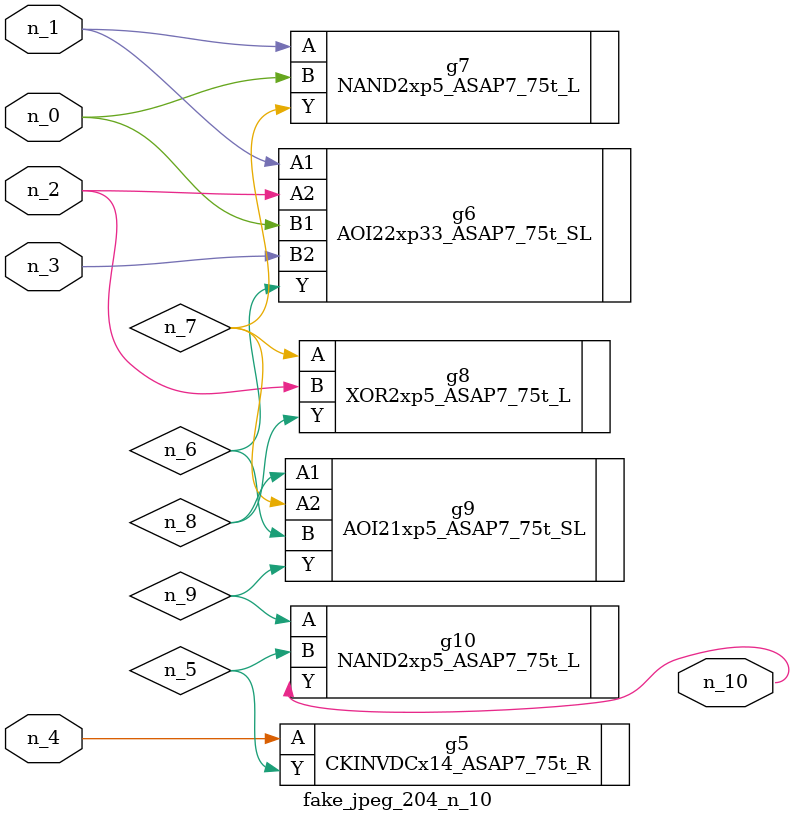
<source format=v>
module fake_jpeg_204_n_10 (n_3, n_2, n_1, n_0, n_4, n_10);

input n_3;
input n_2;
input n_1;
input n_0;
input n_4;

output n_10;

wire n_8;
wire n_9;
wire n_6;
wire n_5;
wire n_7;

CKINVDCx14_ASAP7_75t_R g5 ( 
.A(n_4),
.Y(n_5)
);

AOI22xp33_ASAP7_75t_SL g6 ( 
.A1(n_1),
.A2(n_2),
.B1(n_0),
.B2(n_3),
.Y(n_6)
);

NAND2xp5_ASAP7_75t_L g7 ( 
.A(n_1),
.B(n_0),
.Y(n_7)
);

XOR2xp5_ASAP7_75t_L g8 ( 
.A(n_7),
.B(n_2),
.Y(n_8)
);

AOI21xp5_ASAP7_75t_SL g9 ( 
.A1(n_8),
.A2(n_7),
.B(n_6),
.Y(n_9)
);

NAND2xp5_ASAP7_75t_L g10 ( 
.A(n_9),
.B(n_5),
.Y(n_10)
);


endmodule
</source>
